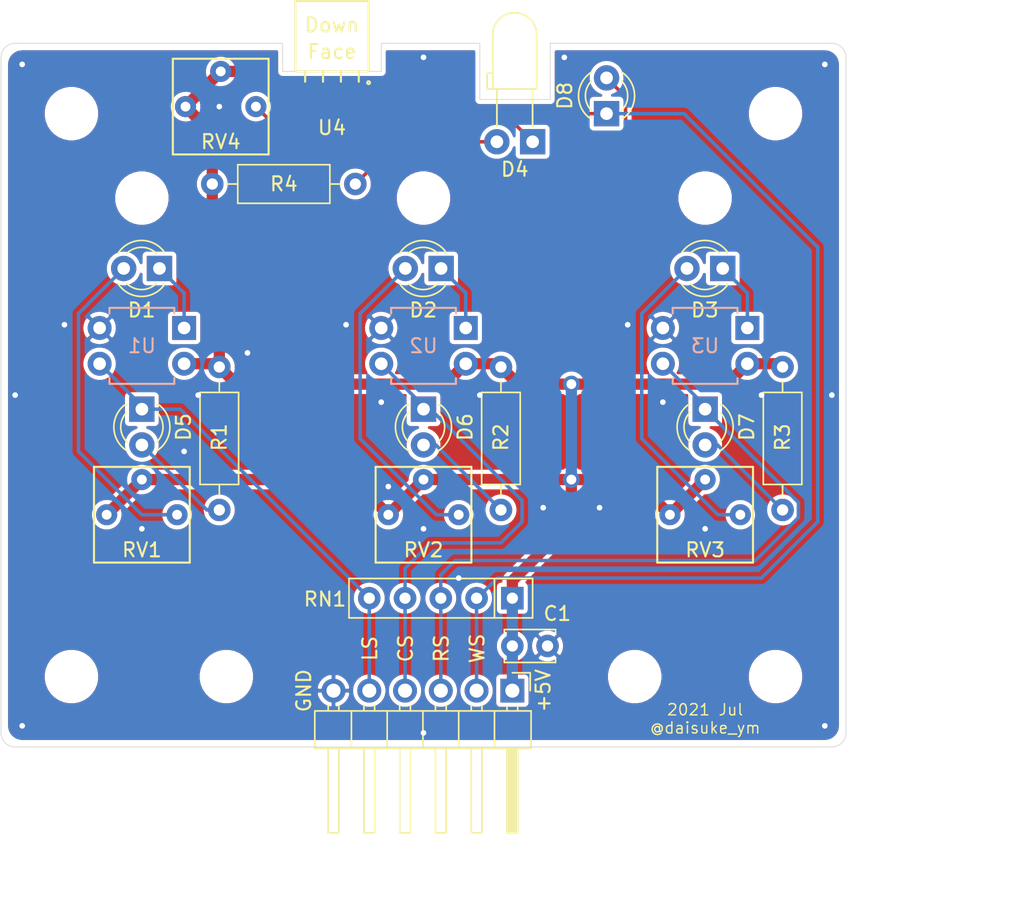
<source format=kicad_pcb>
(kicad_pcb (version 20171130) (host pcbnew "(5.1.6)-1")
  (layers (0 F.Cu signal) (31 B.Cu signal) (34 B.Paste user) (35 F.Paste user) (36 B.SilkS user) (37 F.SilkS user) (38 B.Mask user) (39 F.Mask user) (44 Edge.Cuts user))
  (net 0 "")
  (net 1 +5V)
  (net 2 GND)
  (net 3 "Net-(D1-Pad2)")
  (net 4 "Net-(D2-Pad2)")
  (net 5 /LS1)
  (net 6 "Net-(D3-Pad2)")
  (net 7 "Net-(D4-Pad2)")
  (net 8 "Net-(D4-Pad1)")
  (net 9 "Net-(D5-Pad2)")
  (net 10 "Net-(D6-Pad2)")
  (net 11 /WS1)
  (net 12 "Net-(D7-Pad2)")
  (net 13 "Net-(D8-Pad2)")
  (net 14 /RS1)
  (net 15 /CS1)
  (net 16 "Net-(D1-Pad1)")
  (net 17 "Net-(D2-Pad1)")
  (net 18 "Net-(D3-Pad1)")
  (module MountingHole:MountingHole_3.2mm_M3 (layer F.Cu) (at 175 125)
    (fp_text reference MH6 hide)
    (fp_text value MountingHole_3.2mm_M3)
    (pad 1 np_thru_hole circle (at 0 0) (size 3.2 3.2) (drill 3.2) (layers *.Cu *.Mask))
  )
  (module MountingHole:MountingHole_3.2mm_M3 (layer F.Cu) (at 170 91)
    (fp_text reference MH8 hide)
    (fp_text value MountingHole_3.2mm_M3)
    (pad 1 np_thru_hole circle (at 0 0) (size 3.2 3.2) (drill 3.2) (layers *.Cu *.Mask))
  )
  (module MountingHole:MountingHole_3.2mm_M3 (layer F.Cu) (at 150 91)
    (fp_text reference MH9 hide)
    (fp_text value MountingHole_3.2mm_M3)
    (pad 1 np_thru_hole circle (at 0 0) (size 3.2 3.2) (drill 3.2) (layers *.Cu *.Mask))
  )
  (module MountingHole:MountingHole_3.2mm_M3 (layer F.Cu) (at 130 91)
    (fp_text reference MH10 hide)
    (fp_text value MountingHole_3.2mm_M3)
    (pad 1 np_thru_hole circle (at 0 0) (size 3.2 3.2) (drill 3.2) (layers *.Cu *.Mask))
  )
  (module MountingHole:MountingHole_3.2mm_M3 (layer F.Cu) (at 165 125)
    (fp_text reference MH5 hide)
    (fp_text value MountingHole_3.2mm_M3)
    (pad 1 np_thru_hole circle (at 0 0) (size 3.2 3.2) (drill 3.2) (layers *.Cu *.Mask))
  )
  (module MountingHole:MountingHole_3.2mm_M3 (layer F.Cu) (at 136 125)
    (fp_text reference MH4 hide)
    (fp_text value MountingHole_3.2mm_M3)
    (pad 1 np_thru_hole circle (at 0 0) (size 3.2 3.2) (drill 3.2) (layers *.Cu *.Mask))
  )
  (module MountingHole:MountingHole_3.2mm_M3 (layer F.Cu) (at 125 125)
    (fp_text reference MH3 hide)
    (fp_text value MountingHole_3.2mm_M3)
    (pad 1 np_thru_hole circle (at 0 0) (size 3.2 3.2) (drill 3.2) (layers *.Cu *.Mask))
  )
  (module MountingHole:MountingHole_3.2mm_M3 (layer F.Cu) (at 175 85)
    (fp_text reference MH2 hide)
    (fp_text value MountingHole_3.2mm_M3)
    (pad 1 np_thru_hole circle (at 0 0) (size 3.2 3.2) (drill 3.2) (layers *.Cu *.Mask))
  )
  (module MountingHole:MountingHole_3.2mm_M3 (layer F.Cu) (at 125 85)
    (fp_text reference MH1 hide)
    (fp_text value MountingHole_3.2mm_M3 hide)
    (pad 1 np_thru_hole circle (at 0 0) (size 3.2 3.2) (drill 3.2) (layers *.Cu *.Mask))
  )
  (module LED_THT:LED_D3.0mm_Horizontal_O3.81mm_Z6.0mm (layer F.Cu) (at 157.75 87 180)
    (fp_text reference D4 (at 1.27 -1.96) (layer F.SilkS))
    (fp_text value "IR LED")
    (fp_line (start 2.54 1.08) (end 2.54 1.08) (layer F.SilkS) (width 0.12))
    (fp_line (start 2.54 3.75) (end 2.54 1.08) (layer F.SilkS) (width 0.12))
    (fp_line (start 2.54 3.75) (end 2.54 3.75) (layer F.SilkS) (width 0.12))
    (fp_line (start 2.54 1.08) (end 2.54 3.75) (layer F.SilkS) (width 0.12))
    (fp_line (start 0 1.08) (end 0 1.08) (layer F.SilkS) (width 0.12))
    (fp_line (start 0 3.75) (end 0 1.08) (layer F.SilkS) (width 0.12))
    (fp_line (start 0 3.75) (end 0 3.75) (layer F.SilkS) (width 0.12))
    (fp_line (start 0 1.08) (end 0 3.75) (layer F.SilkS) (width 0.12))
    (fp_line (start 2.83 3.75) (end 3.23 3.75) (layer F.SilkS) (width 0.12))
    (fp_line (start 2.83 4.87) (end 2.83 3.75) (layer F.SilkS) (width 0.12))
    (fp_line (start 3.23 4.87) (end 2.83 4.87) (layer F.SilkS) (width 0.12))
    (fp_line (start 3.23 3.75) (end 3.23 4.87) (layer F.SilkS) (width 0.12))
    (fp_line (start -0.29 3.75) (end 2.83 3.75) (layer F.SilkS) (width 0.12))
    (fp_line (start 2.83 3.75) (end 2.83 7.61) (layer F.SilkS) (width 0.12))
    (fp_line (start -0.29 3.75) (end -0.29 7.61) (layer F.SilkS) (width 0.12))
    (fp_arc (start 1.27 7.61) (end -0.29 7.61) (angle -180) (layer F.SilkS) (width 0.12))
    (pad 1 thru_hole rect (at 0 0 180) (size 1.8 1.8) (drill 0.9) (layers *.Cu *.Mask) (net 8 "Net-(D4-Pad1)"))
    (pad 2 thru_hole circle (at 2.54 0 180) (size 1.8 1.8) (drill 0.9) (layers *.Cu *.Mask) (net 7 "Net-(D4-Pad2)"))
  )
  (module MyLib:S6809_Horizontal_Facedown (layer F.Cu) (at 143.5 84 180)
    (fp_text reference U4 (at 0 -2) (layer F.SilkS))
    (fp_text value S6809)
    (fp_line (start -2.6 7) (end -2.6 2) (layer F.SilkS) (width 0.15))
    (fp_line (start 2.6 7) (end -2.6 7) (layer F.SilkS) (width 0.15))
    (fp_line (start 2.6 2) (end 2.6 7) (layer F.SilkS) (width 0.15))
    (fp_line (start -2.6 2) (end 2.6 2) (layer F.SilkS) (width 0.15))
    (fp_line (start 1.905 1.27) (end 1.905 2) (layer F.SilkS) (width 0.15))
    (fp_line (start 0.635 1.27) (end 0.635 2) (layer F.SilkS) (width 0.15))
    (fp_line (start -0.635 1.27) (end -0.635 2) (layer F.SilkS) (width 0.15))
    (fp_line (start -1.905 1.27) (end -1.905 2) (layer F.SilkS) (width 0.15))
    (fp_circle (center -2.6 1.2) (end -2.6 1.3) (layer F.SilkS) (width 0.15))
    (fp_text user Face (at 0 3.4) (layer F.SilkS))
    (fp_text user Down (at 0 5.3) (layer F.SilkS))
    (pad 1 smd rect (at -1.905 0 180) (size 1 2) (layers F.Cu F.Paste F.Mask) (net 11 /WS1))
    (pad 2 smd rect (at -0.635 0 180) (size 1 2) (layers F.Cu F.Paste F.Mask) (net 2 GND))
    (pad 3 smd rect (at 0.635 0 180) (size 1 2) (layers F.Cu F.Paste F.Mask) (net 8 "Net-(D4-Pad1)"))
    (pad 4 smd rect (at 1.905 0 180) (size 1 2) (layers F.Cu F.Paste F.Mask) (net 1 +5V))
  )
  (module LED_THT:LED_D3.0mm_Clear (layer F.Cu) (at 130 106 270)
    (fp_text reference D5 (at 1.27 -2.96 90) (layer F.SilkS))
    (fp_text value RED)
    (fp_line (start -0.29 -1.236) (end -0.29 -1.08) (layer F.SilkS) (width 0.12))
    (fp_line (start -0.29 1.08) (end -0.29 1.236) (layer F.SilkS) (width 0.12))
    (fp_arc (start 1.27 0) (end 0.229039 1.08) (angle -87.9) (layer F.SilkS) (width 0.12))
    (fp_arc (start 1.27 0) (end 0.229039 -1.08) (angle 87.9) (layer F.SilkS) (width 0.12))
    (fp_arc (start 1.27 0) (end -0.29 1.235516) (angle -108.8) (layer F.SilkS) (width 0.12))
    (fp_arc (start 1.27 0) (end -0.29 -1.235516) (angle 108.8) (layer F.SilkS) (width 0.12))
    (pad 2 thru_hole circle (at 2.54 0 270) (size 1.8 1.8) (drill 0.9) (layers *.Cu *.Mask) (net 9 "Net-(D5-Pad2)"))
    (pad 1 thru_hole rect (at 0 0 270) (size 1.8 1.8) (drill 0.9) (layers *.Cu *.Mask) (net 5 /LS1))
  )
  (module LED_THT:LED_D3.0mm_Clear (layer F.Cu) (at 150 106 270)
    (fp_text reference D6 (at 1.27 -2.96 90) (layer F.SilkS))
    (fp_text value BLUE)
    (fp_line (start -0.29 1.08) (end -0.29 1.236) (layer F.SilkS) (width 0.12))
    (fp_line (start -0.29 -1.236) (end -0.29 -1.08) (layer F.SilkS) (width 0.12))
    (fp_arc (start 1.27 0) (end -0.29 -1.235516) (angle 108.8) (layer F.SilkS) (width 0.12))
    (fp_arc (start 1.27 0) (end -0.29 1.235516) (angle -108.8) (layer F.SilkS) (width 0.12))
    (fp_arc (start 1.27 0) (end 0.229039 -1.08) (angle 87.9) (layer F.SilkS) (width 0.12))
    (fp_arc (start 1.27 0) (end 0.229039 1.08) (angle -87.9) (layer F.SilkS) (width 0.12))
    (pad 1 thru_hole rect (at 0 0 270) (size 1.8 1.8) (drill 0.9) (layers *.Cu *.Mask) (net 15 /CS1))
    (pad 2 thru_hole circle (at 2.54 0 270) (size 1.8 1.8) (drill 0.9) (layers *.Cu *.Mask) (net 10 "Net-(D6-Pad2)"))
  )
  (module LED_THT:LED_D3.0mm_Clear (layer F.Cu) (at 170 106 270)
    (fp_text reference D7 (at 1.27 -2.96 90) (layer F.SilkS))
    (fp_text value RED)
    (fp_line (start -0.29 -1.236) (end -0.29 -1.08) (layer F.SilkS) (width 0.12))
    (fp_line (start -0.29 1.08) (end -0.29 1.236) (layer F.SilkS) (width 0.12))
    (fp_arc (start 1.27 0) (end 0.229039 1.08) (angle -87.9) (layer F.SilkS) (width 0.12))
    (fp_arc (start 1.27 0) (end 0.229039 -1.08) (angle 87.9) (layer F.SilkS) (width 0.12))
    (fp_arc (start 1.27 0) (end -0.29 1.235516) (angle -108.8) (layer F.SilkS) (width 0.12))
    (fp_arc (start 1.27 0) (end -0.29 -1.235516) (angle 108.8) (layer F.SilkS) (width 0.12))
    (pad 2 thru_hole circle (at 2.54 0 270) (size 1.8 1.8) (drill 0.9) (layers *.Cu *.Mask) (net 12 "Net-(D7-Pad2)"))
    (pad 1 thru_hole rect (at 0 0 270) (size 1.8 1.8) (drill 0.9) (layers *.Cu *.Mask) (net 14 /RS1))
  )
  (module LED_THT:LED_D3.0mm_Clear (layer F.Cu) (at 131.25 96 180)
    (fp_text reference D1 (at 1.27 -2.96) (layer F.SilkS))
    (fp_text value "IR LED")
    (fp_line (start -0.29 1.08) (end -0.29 1.236) (layer F.SilkS) (width 0.12))
    (fp_line (start -0.29 -1.236) (end -0.29 -1.08) (layer F.SilkS) (width 0.12))
    (fp_arc (start 1.27 0) (end -0.29 -1.235516) (angle 108.8) (layer F.SilkS) (width 0.12))
    (fp_arc (start 1.27 0) (end -0.29 1.235516) (angle -108.8) (layer F.SilkS) (width 0.12))
    (fp_arc (start 1.27 0) (end 0.229039 -1.08) (angle 87.9) (layer F.SilkS) (width 0.12))
    (fp_arc (start 1.27 0) (end 0.229039 1.08) (angle -87.9) (layer F.SilkS) (width 0.12))
    (pad 1 thru_hole rect (at 0 0 180) (size 1.8 1.8) (drill 0.9) (layers *.Cu *.Mask) (net 16 "Net-(D1-Pad1)"))
    (pad 2 thru_hole circle (at 2.54 0 180) (size 1.8 1.8) (drill 0.9) (layers *.Cu *.Mask) (net 3 "Net-(D1-Pad2)"))
  )
  (module LED_THT:LED_D3.0mm_Clear (layer F.Cu) (at 151.25 96 180)
    (fp_text reference D2 (at 1.27 -2.96) (layer F.SilkS))
    (fp_text value "IR LED")
    (fp_line (start -0.29 -1.236) (end -0.29 -1.08) (layer F.SilkS) (width 0.12))
    (fp_line (start -0.29 1.08) (end -0.29 1.236) (layer F.SilkS) (width 0.12))
    (fp_arc (start 1.27 0) (end 0.229039 1.08) (angle -87.9) (layer F.SilkS) (width 0.12))
    (fp_arc (start 1.27 0) (end 0.229039 -1.08) (angle 87.9) (layer F.SilkS) (width 0.12))
    (fp_arc (start 1.27 0) (end -0.29 1.235516) (angle -108.8) (layer F.SilkS) (width 0.12))
    (fp_arc (start 1.27 0) (end -0.29 -1.235516) (angle 108.8) (layer F.SilkS) (width 0.12))
    (pad 2 thru_hole circle (at 2.54 0 180) (size 1.8 1.8) (drill 0.9) (layers *.Cu *.Mask) (net 4 "Net-(D2-Pad2)"))
    (pad 1 thru_hole rect (at 0 0 180) (size 1.8 1.8) (drill 0.9) (layers *.Cu *.Mask) (net 17 "Net-(D2-Pad1)"))
  )
  (module LED_THT:LED_D3.0mm_Clear (layer F.Cu) (at 171.25 96 180)
    (fp_text reference D3 (at 1.27 -2.96) (layer F.SilkS))
    (fp_text value "IR LED")
    (fp_line (start -0.29 1.08) (end -0.29 1.236) (layer F.SilkS) (width 0.12))
    (fp_line (start -0.29 -1.236) (end -0.29 -1.08) (layer F.SilkS) (width 0.12))
    (fp_arc (start 1.27 0) (end -0.29 -1.235516) (angle 108.8) (layer F.SilkS) (width 0.12))
    (fp_arc (start 1.27 0) (end -0.29 1.235516) (angle -108.8) (layer F.SilkS) (width 0.12))
    (fp_arc (start 1.27 0) (end 0.229039 -1.08) (angle 87.9) (layer F.SilkS) (width 0.12))
    (fp_arc (start 1.27 0) (end 0.229039 1.08) (angle -87.9) (layer F.SilkS) (width 0.12))
    (pad 1 thru_hole rect (at 0 0 180) (size 1.8 1.8) (drill 0.9) (layers *.Cu *.Mask) (net 18 "Net-(D3-Pad1)"))
    (pad 2 thru_hole circle (at 2.54 0 180) (size 1.8 1.8) (drill 0.9) (layers *.Cu *.Mask) (net 6 "Net-(D3-Pad2)"))
  )
  (module LED_THT:LED_D3.0mm_Clear (layer F.Cu) (at 163 85 90)
    (fp_text reference D8 (at 1.27 -2.96 90) (layer F.SilkS))
    (fp_text value YELLOW)
    (fp_line (start -0.29 1.08) (end -0.29 1.236) (layer F.SilkS) (width 0.12))
    (fp_line (start -0.29 -1.236) (end -0.29 -1.08) (layer F.SilkS) (width 0.12))
    (fp_arc (start 1.27 0) (end -0.29 -1.235516) (angle 108.8) (layer F.SilkS) (width 0.12))
    (fp_arc (start 1.27 0) (end -0.29 1.235516) (angle -108.8) (layer F.SilkS) (width 0.12))
    (fp_arc (start 1.27 0) (end 0.229039 -1.08) (angle 87.9) (layer F.SilkS) (width 0.12))
    (fp_arc (start 1.27 0) (end 0.229039 1.08) (angle -87.9) (layer F.SilkS) (width 0.12))
    (pad 1 thru_hole rect (at 0 0 90) (size 1.8 1.8) (drill 0.9) (layers *.Cu *.Mask) (net 11 /WS1))
    (pad 2 thru_hole circle (at 2.54 0 90) (size 1.8 1.8) (drill 0.9) (layers *.Cu *.Mask) (net 13 "Net-(D8-Pad2)"))
  )
  (module Connector_PinHeader_2.54mm:PinHeader_1x06_P2.54mm_Horizontal (layer F.Cu) (at 156.31 126 270)
    (fp_text reference J1 hide)
    (fp_text value Conn_01x06)
    (fp_line (start -1.27 -1.27) (end 0 -1.27) (layer F.SilkS) (width 0.12))
    (fp_line (start -1.27 0) (end -1.27 -1.27) (layer F.SilkS) (width 0.12))
    (fp_line (start 1.042929 13.08) (end 1.44 13.08) (layer F.SilkS) (width 0.12))
    (fp_line (start 1.042929 12.32) (end 1.44 12.32) (layer F.SilkS) (width 0.12))
    (fp_line (start 10.1 13.08) (end 4.1 13.08) (layer F.SilkS) (width 0.12))
    (fp_line (start 10.1 12.32) (end 10.1 13.08) (layer F.SilkS) (width 0.12))
    (fp_line (start 4.1 12.32) (end 10.1 12.32) (layer F.SilkS) (width 0.12))
    (fp_line (start 1.44 11.43) (end 4.1 11.43) (layer F.SilkS) (width 0.12))
    (fp_line (start 1.042929 10.54) (end 1.44 10.54) (layer F.SilkS) (width 0.12))
    (fp_line (start 1.042929 9.78) (end 1.44 9.78) (layer F.SilkS) (width 0.12))
    (fp_line (start 10.1 10.54) (end 4.1 10.54) (layer F.SilkS) (width 0.12))
    (fp_line (start 10.1 9.78) (end 10.1 10.54) (layer F.SilkS) (width 0.12))
    (fp_line (start 4.1 9.78) (end 10.1 9.78) (layer F.SilkS) (width 0.12))
    (fp_line (start 1.44 8.89) (end 4.1 8.89) (layer F.SilkS) (width 0.12))
    (fp_line (start 1.042929 8) (end 1.44 8) (layer F.SilkS) (width 0.12))
    (fp_line (start 1.042929 7.24) (end 1.44 7.24) (layer F.SilkS) (width 0.12))
    (fp_line (start 10.1 8) (end 4.1 8) (layer F.SilkS) (width 0.12))
    (fp_line (start 10.1 7.24) (end 10.1 8) (layer F.SilkS) (width 0.12))
    (fp_line (start 4.1 7.24) (end 10.1 7.24) (layer F.SilkS) (width 0.12))
    (fp_line (start 1.44 6.35) (end 4.1 6.35) (layer F.SilkS) (width 0.12))
    (fp_line (start 1.042929 5.46) (end 1.44 5.46) (layer F.SilkS) (width 0.12))
    (fp_line (start 1.042929 4.7) (end 1.44 4.7) (layer F.SilkS) (width 0.12))
    (fp_line (start 10.1 5.46) (end 4.1 5.46) (layer F.SilkS) (width 0.12))
    (fp_line (start 10.1 4.7) (end 10.1 5.46) (layer F.SilkS) (width 0.12))
    (fp_line (start 4.1 4.7) (end 10.1 4.7) (layer F.SilkS) (width 0.12))
    (fp_line (start 1.44 3.81) (end 4.1 3.81) (layer F.SilkS) (width 0.12))
    (fp_line (start 1.042929 2.92) (end 1.44 2.92) (layer F.SilkS) (width 0.12))
    (fp_line (start 1.042929 2.16) (end 1.44 2.16) (layer F.SilkS) (width 0.12))
    (fp_line (start 10.1 2.92) (end 4.1 2.92) (layer F.SilkS) (width 0.12))
    (fp_line (start 10.1 2.16) (end 10.1 2.92) (layer F.SilkS) (width 0.12))
    (fp_line (start 4.1 2.16) (end 10.1 2.16) (layer F.SilkS) (width 0.12))
    (fp_line (start 1.44 1.27) (end 4.1 1.27) (layer F.SilkS) (width 0.12))
    (fp_line (start 1.11 0.38) (end 1.44 0.38) (layer F.SilkS) (width 0.12))
    (fp_line (start 1.11 -0.38) (end 1.44 -0.38) (layer F.SilkS) (width 0.12))
    (fp_line (start 4.1 0.28) (end 10.1 0.28) (layer F.SilkS) (width 0.12))
    (fp_line (start 4.1 0.16) (end 10.1 0.16) (layer F.SilkS) (width 0.12))
    (fp_line (start 4.1 0.04) (end 10.1 0.04) (layer F.SilkS) (width 0.12))
    (fp_line (start 4.1 -0.08) (end 10.1 -0.08) (layer F.SilkS) (width 0.12))
    (fp_line (start 4.1 -0.2) (end 10.1 -0.2) (layer F.SilkS) (width 0.12))
    (fp_line (start 4.1 -0.32) (end 10.1 -0.32) (layer F.SilkS) (width 0.12))
    (fp_line (start 10.1 0.38) (end 4.1 0.38) (layer F.SilkS) (width 0.12))
    (fp_line (start 10.1 -0.38) (end 10.1 0.38) (layer F.SilkS) (width 0.12))
    (fp_line (start 4.1 -0.38) (end 10.1 -0.38) (layer F.SilkS) (width 0.12))
    (fp_line (start 4.1 -1.33) (end 1.44 -1.33) (layer F.SilkS) (width 0.12))
    (fp_line (start 4.1 14.03) (end 4.1 -1.33) (layer F.SilkS) (width 0.12))
    (fp_line (start 1.44 14.03) (end 4.1 14.03) (layer F.SilkS) (width 0.12))
    (fp_line (start 1.44 -1.33) (end 1.44 14.03) (layer F.SilkS) (width 0.12))
    (pad 1 thru_hole rect (at 0 0 270) (size 1.7 1.7) (drill 1) (layers *.Cu *.Mask) (net 1 +5V))
    (pad 2 thru_hole oval (at 0 2.54 270) (size 1.7 1.7) (drill 1) (layers *.Cu *.Mask) (net 11 /WS1))
    (pad 3 thru_hole oval (at 0 5.08 270) (size 1.7 1.7) (drill 1) (layers *.Cu *.Mask) (net 14 /RS1))
    (pad 4 thru_hole oval (at 0 7.62 270) (size 1.7 1.7) (drill 1) (layers *.Cu *.Mask) (net 15 /CS1))
    (pad 5 thru_hole oval (at 0 10.16 270) (size 1.7 1.7) (drill 1) (layers *.Cu *.Mask) (net 5 /LS1))
    (pad 6 thru_hole oval (at 0 12.7 270) (size 1.7 1.7) (drill 1) (layers *.Cu *.Mask) (net 2 GND))
  )
  (module Resistor_THT:R_Axial_DIN0207_L6.3mm_D2.5mm_P10.16mm_Horizontal (layer F.Cu) (at 135.5 103 270)
    (fp_text reference R1 (at 5 0 90) (layer F.SilkS))
    (fp_text value 1k)
    (fp_line (start 9.12 0) (end 8.35 0) (layer F.SilkS) (width 0.12))
    (fp_line (start 1.04 0) (end 1.81 0) (layer F.SilkS) (width 0.12))
    (fp_line (start 8.35 -1.37) (end 1.81 -1.37) (layer F.SilkS) (width 0.12))
    (fp_line (start 8.35 1.37) (end 8.35 -1.37) (layer F.SilkS) (width 0.12))
    (fp_line (start 1.81 1.37) (end 8.35 1.37) (layer F.SilkS) (width 0.12))
    (fp_line (start 1.81 -1.37) (end 1.81 1.37) (layer F.SilkS) (width 0.12))
    (pad 1 thru_hole circle (at 0 0 270) (size 1.6 1.6) (drill 0.8) (layers *.Cu *.Mask) (net 1 +5V))
    (pad 2 thru_hole oval (at 10.16 0 270) (size 1.6 1.6) (drill 0.8) (layers *.Cu *.Mask) (net 9 "Net-(D5-Pad2)"))
  )
  (module Resistor_THT:R_Axial_DIN0207_L6.3mm_D2.5mm_P10.16mm_Horizontal (layer F.Cu) (at 155.5 103 270)
    (fp_text reference R2 (at 5 0 90) (layer F.SilkS))
    (fp_text value 1k)
    (fp_line (start 1.81 -1.37) (end 1.81 1.37) (layer F.SilkS) (width 0.12))
    (fp_line (start 1.81 1.37) (end 8.35 1.37) (layer F.SilkS) (width 0.12))
    (fp_line (start 8.35 1.37) (end 8.35 -1.37) (layer F.SilkS) (width 0.12))
    (fp_line (start 8.35 -1.37) (end 1.81 -1.37) (layer F.SilkS) (width 0.12))
    (fp_line (start 1.04 0) (end 1.81 0) (layer F.SilkS) (width 0.12))
    (fp_line (start 9.12 0) (end 8.35 0) (layer F.SilkS) (width 0.12))
    (pad 2 thru_hole oval (at 10.16 0 270) (size 1.6 1.6) (drill 0.8) (layers *.Cu *.Mask) (net 10 "Net-(D6-Pad2)"))
    (pad 1 thru_hole circle (at 0 0 270) (size 1.6 1.6) (drill 0.8) (layers *.Cu *.Mask) (net 1 +5V))
  )
  (module Resistor_THT:R_Axial_DIN0207_L6.3mm_D2.5mm_P10.16mm_Horizontal (layer F.Cu) (at 175.5 103 270)
    (fp_text reference R3 (at 5 0 90) (layer F.SilkS))
    (fp_text value 1k)
    (fp_line (start 9.12 0) (end 8.35 0) (layer F.SilkS) (width 0.12))
    (fp_line (start 1.04 0) (end 1.81 0) (layer F.SilkS) (width 0.12))
    (fp_line (start 8.35 -1.37) (end 1.81 -1.37) (layer F.SilkS) (width 0.12))
    (fp_line (start 8.35 1.37) (end 8.35 -1.37) (layer F.SilkS) (width 0.12))
    (fp_line (start 1.81 1.37) (end 8.35 1.37) (layer F.SilkS) (width 0.12))
    (fp_line (start 1.81 -1.37) (end 1.81 1.37) (layer F.SilkS) (width 0.12))
    (pad 1 thru_hole circle (at 0 0 270) (size 1.6 1.6) (drill 0.8) (layers *.Cu *.Mask) (net 1 +5V))
    (pad 2 thru_hole oval (at 10.16 0 270) (size 1.6 1.6) (drill 0.8) (layers *.Cu *.Mask) (net 12 "Net-(D7-Pad2)"))
  )
  (module Resistor_THT:R_Axial_DIN0207_L6.3mm_D2.5mm_P10.16mm_Horizontal (layer F.Cu) (at 135 90)
    (fp_text reference R4 (at 5.08 0) (layer F.SilkS))
    (fp_text value 1k)
    (fp_line (start 1.81 -1.37) (end 1.81 1.37) (layer F.SilkS) (width 0.12))
    (fp_line (start 1.81 1.37) (end 8.35 1.37) (layer F.SilkS) (width 0.12))
    (fp_line (start 8.35 1.37) (end 8.35 -1.37) (layer F.SilkS) (width 0.12))
    (fp_line (start 8.35 -1.37) (end 1.81 -1.37) (layer F.SilkS) (width 0.12))
    (fp_line (start 1.04 0) (end 1.81 0) (layer F.SilkS) (width 0.12))
    (fp_line (start 9.12 0) (end 8.35 0) (layer F.SilkS) (width 0.12))
    (pad 2 thru_hole oval (at 10.16 0) (size 1.6 1.6) (drill 0.8) (layers *.Cu *.Mask) (net 13 "Net-(D8-Pad2)"))
    (pad 1 thru_hole circle (at 0 0) (size 1.6 1.6) (drill 0.8) (layers *.Cu *.Mask) (net 1 +5V))
  )
  (module Resistor_THT:R_Array_SIP5 (layer F.Cu) (at 156.31 119.43 180)
    (fp_text reference RN1 (at 13.31 -0.07) (layer F.SilkS))
    (fp_text value 10k)
    (fp_line (start 1.27 -1.4) (end 1.27 1.4) (layer F.SilkS) (width 0.12))
    (fp_line (start 11.6 -1.4) (end -1.44 -1.4) (layer F.SilkS) (width 0.12))
    (fp_line (start 11.6 1.4) (end 11.6 -1.4) (layer F.SilkS) (width 0.12))
    (fp_line (start -1.44 1.4) (end 11.6 1.4) (layer F.SilkS) (width 0.12))
    (fp_line (start -1.44 -1.4) (end -1.44 1.4) (layer F.SilkS) (width 0.12))
    (pad 1 thru_hole rect (at 0 0 180) (size 1.6 1.6) (drill 0.8) (layers *.Cu *.Mask) (net 1 +5V))
    (pad 2 thru_hole oval (at 2.54 0 180) (size 1.6 1.6) (drill 0.8) (layers *.Cu *.Mask) (net 11 /WS1))
    (pad 3 thru_hole oval (at 5.08 0 180) (size 1.6 1.6) (drill 0.8) (layers *.Cu *.Mask) (net 14 /RS1))
    (pad 4 thru_hole oval (at 7.62 0 180) (size 1.6 1.6) (drill 0.8) (layers *.Cu *.Mask) (net 15 /CS1))
    (pad 5 thru_hole oval (at 10.16 0 180) (size 1.6 1.6) (drill 0.8) (layers *.Cu *.Mask) (net 5 /LS1))
  )
  (module MyLib:GF063P1 (layer F.Cu) (at 130 113.5)
    (fp_text reference RV1 (at 0 2.5) (layer F.SilkS))
    (fp_text value 4K7)
    (fp_line (start 3.4 -3.4) (end -3.4 -3.4) (layer F.SilkS) (width 0.15))
    (fp_line (start 3.4 3.4) (end 3.4 -3.4) (layer F.SilkS) (width 0.15))
    (fp_line (start -3.4 3.4) (end 3.4 3.4) (layer F.SilkS) (width 0.15))
    (fp_line (start -3.4 -3.4) (end -3.4 3.4) (layer F.SilkS) (width 0.15))
    (pad 3 thru_hole circle (at 2.5 0) (size 1.5 1.5) (drill 0.7) (layers *.Cu *.Mask) (net 3 "Net-(D1-Pad2)"))
    (pad 2 thru_hole circle (at 0 -2.5) (size 1.5 1.5) (drill 0.7) (layers *.Cu *.Mask) (net 1 +5V))
    (pad 1 thru_hole circle (at -2.5 0) (size 1.5 1.5) (drill 0.7) (layers *.Cu *.Mask) (net 1 +5V))
  )
  (module MyLib:GF063P1 (layer F.Cu) (at 150 113.5)
    (fp_text reference RV2 (at 0 2.5) (layer F.SilkS))
    (fp_text value 4K7)
    (fp_line (start -3.4 -3.4) (end -3.4 3.4) (layer F.SilkS) (width 0.15))
    (fp_line (start -3.4 3.4) (end 3.4 3.4) (layer F.SilkS) (width 0.15))
    (fp_line (start 3.4 3.4) (end 3.4 -3.4) (layer F.SilkS) (width 0.15))
    (fp_line (start 3.4 -3.4) (end -3.4 -3.4) (layer F.SilkS) (width 0.15))
    (pad 1 thru_hole circle (at -2.5 0) (size 1.5 1.5) (drill 0.7) (layers *.Cu *.Mask) (net 1 +5V))
    (pad 2 thru_hole circle (at 0 -2.5) (size 1.5 1.5) (drill 0.7) (layers *.Cu *.Mask) (net 1 +5V))
    (pad 3 thru_hole circle (at 2.5 0) (size 1.5 1.5) (drill 0.7) (layers *.Cu *.Mask) (net 4 "Net-(D2-Pad2)"))
  )
  (module MyLib:GF063P1 (layer F.Cu) (at 170 113.5)
    (fp_text reference RV3 (at 0 2.5) (layer F.SilkS))
    (fp_text value 4K7)
    (fp_line (start -3.4 -3.4) (end -3.4 3.4) (layer F.SilkS) (width 0.15))
    (fp_line (start -3.4 3.4) (end 3.4 3.4) (layer F.SilkS) (width 0.15))
    (fp_line (start 3.4 3.4) (end 3.4 -3.4) (layer F.SilkS) (width 0.15))
    (fp_line (start 3.4 -3.4) (end -3.4 -3.4) (layer F.SilkS) (width 0.15))
    (pad 1 thru_hole circle (at -2.5 0) (size 1.5 1.5) (drill 0.7) (layers *.Cu *.Mask) (net 1 +5V))
    (pad 2 thru_hole circle (at 0 -2.5) (size 1.5 1.5) (drill 0.7) (layers *.Cu *.Mask) (net 1 +5V))
    (pad 3 thru_hole circle (at 2.5 0) (size 1.5 1.5) (drill 0.7) (layers *.Cu *.Mask) (net 6 "Net-(D3-Pad2)"))
  )
  (module MyLib:GF063P1 (layer F.Cu) (at 135.6 84.5)
    (fp_text reference RV4 (at 0 2.5) (layer F.SilkS))
    (fp_text value 4K7)
    (fp_line (start 3.4 -3.4) (end -3.4 -3.4) (layer F.SilkS) (width 0.15))
    (fp_line (start 3.4 3.4) (end 3.4 -3.4) (layer F.SilkS) (width 0.15))
    (fp_line (start -3.4 3.4) (end 3.4 3.4) (layer F.SilkS) (width 0.15))
    (fp_line (start -3.4 -3.4) (end -3.4 3.4) (layer F.SilkS) (width 0.15))
    (pad 3 thru_hole circle (at 2.5 0) (size 1.5 1.5) (drill 0.7) (layers *.Cu *.Mask) (net 7 "Net-(D4-Pad2)"))
    (pad 2 thru_hole circle (at 0 -2.5) (size 1.5 1.5) (drill 0.7) (layers *.Cu *.Mask) (net 1 +5V))
    (pad 1 thru_hole circle (at -2.5 0) (size 1.5 1.5) (drill 0.7) (layers *.Cu *.Mask) (net 1 +5V))
  )
  (module MyLib:S7136 (layer B.Cu) (at 130 101.5 180)
    (fp_text reference U1 (at 0 0) (layer B.SilkS) (effects (justify mirror)))
    (fp_text value S7136)
    (fp_line (start -2.3 -2.7) (end 2.3 -2.7) (layer B.SilkS) (width 0.15))
    (fp_line (start 2.3 2.7) (end -2.3 2.7) (layer B.SilkS) (width 0.15))
    (fp_line (start -2.3 2.7) (end -2.3 2.3) (layer B.SilkS) (width 0.15))
    (fp_line (start 2.3 2.7) (end 2.3 2.3) (layer B.SilkS) (width 0.15))
    (fp_line (start -2.3 -2.7) (end -2.3 -2.3) (layer B.SilkS) (width 0.15))
    (fp_line (start 2.3 -2.7) (end 2.3 -2.3) (layer B.SilkS) (width 0.15))
    (pad 4 thru_hole circle (at 3 1.27 180) (size 1.7 1.7) (drill 0.9) (layers *.Cu *.Mask) (net 2 GND))
    (pad 3 thru_hole circle (at 3 -1.27 180) (size 1.7 1.7) (drill 0.9) (layers *.Cu *.Mask) (net 5 /LS1))
    (pad 2 thru_hole circle (at -3 -1.27 180) (size 1.7 1.7) (drill 0.9) (layers *.Cu *.Mask) (net 1 +5V))
    (pad 1 thru_hole rect (at -3 1.27 180) (size 1.7 1.7) (drill 0.9) (layers *.Cu *.Mask) (net 16 "Net-(D1-Pad1)"))
  )
  (module MyLib:S7136 (layer B.Cu) (at 150 101.5 180)
    (fp_text reference U2 (at 0 0) (layer B.SilkS) (effects (justify mirror)))
    (fp_text value S7136)
    (fp_line (start 2.3 -2.7) (end 2.3 -2.3) (layer B.SilkS) (width 0.15))
    (fp_line (start -2.3 -2.7) (end -2.3 -2.3) (layer B.SilkS) (width 0.15))
    (fp_line (start 2.3 2.7) (end 2.3 2.3) (layer B.SilkS) (width 0.15))
    (fp_line (start -2.3 2.7) (end -2.3 2.3) (layer B.SilkS) (width 0.15))
    (fp_line (start 2.3 2.7) (end -2.3 2.7) (layer B.SilkS) (width 0.15))
    (fp_line (start -2.3 -2.7) (end 2.3 -2.7) (layer B.SilkS) (width 0.15))
    (pad 1 thru_hole rect (at -3 1.27 180) (size 1.7 1.7) (drill 0.9) (layers *.Cu *.Mask) (net 17 "Net-(D2-Pad1)"))
    (pad 2 thru_hole circle (at -3 -1.27 180) (size 1.7 1.7) (drill 0.9) (layers *.Cu *.Mask) (net 1 +5V))
    (pad 3 thru_hole circle (at 3 -1.27 180) (size 1.7 1.7) (drill 0.9) (layers *.Cu *.Mask) (net 15 /CS1))
    (pad 4 thru_hole circle (at 3 1.27 180) (size 1.7 1.7) (drill 0.9) (layers *.Cu *.Mask) (net 2 GND))
  )
  (module MyLib:S7136 (layer B.Cu) (at 170 101.5 180)
    (fp_text reference U3 (at 0 0) (layer B.SilkS) (effects (justify mirror)))
    (fp_text value S7136)
    (fp_line (start 2.3 -2.7) (end 2.3 -2.3) (layer B.SilkS) (width 0.15))
    (fp_line (start -2.3 -2.7) (end -2.3 -2.3) (layer B.SilkS) (width 0.15))
    (fp_line (start 2.3 2.7) (end 2.3 2.3) (layer B.SilkS) (width 0.15))
    (fp_line (start -2.3 2.7) (end -2.3 2.3) (layer B.SilkS) (width 0.15))
    (fp_line (start 2.3 2.7) (end -2.3 2.7) (layer B.SilkS) (width 0.15))
    (fp_line (start -2.3 -2.7) (end 2.3 -2.7) (layer B.SilkS) (width 0.15))
    (pad 1 thru_hole rect (at -3 1.27 180) (size 1.7 1.7) (drill 0.9) (layers *.Cu *.Mask) (net 18 "Net-(D3-Pad1)"))
    (pad 2 thru_hole circle (at -3 -1.27 180) (size 1.7 1.7) (drill 0.9) (layers *.Cu *.Mask) (net 1 +5V))
    (pad 3 thru_hole circle (at 3 -1.27 180) (size 1.7 1.7) (drill 0.9) (layers *.Cu *.Mask) (net 14 /RS1))
    (pad 4 thru_hole circle (at 3 1.27 180) (size 1.7 1.7) (drill 0.9) (layers *.Cu *.Mask) (net 2 GND))
  )
  (module Capacitor_THT:C_Disc_D3.4mm_W2.1mm_P2.50mm (layer F.Cu) (at 156.31 122.825)
    (fp_text reference C1 (at 3.19 -2.3) (layer F.SilkS))
    (fp_text value 0.1u)
    (fp_line (start -0.57 -1.17) (end 3.07 -1.17) (layer F.SilkS) (width 0.12))
    (fp_line (start -0.57 1.17) (end 3.07 1.17) (layer F.SilkS) (width 0.12))
    (fp_line (start -0.57 -1.17) (end -0.57 -0.925) (layer F.SilkS) (width 0.12))
    (fp_line (start -0.57 0.925) (end -0.57 1.17) (layer F.SilkS) (width 0.12))
    (fp_line (start 3.07 -1.17) (end 3.07 -0.925) (layer F.SilkS) (width 0.12))
    (fp_line (start 3.07 0.925) (end 3.07 1.17) (layer F.SilkS) (width 0.12))
    (pad 1 thru_hole circle (at 0 0) (size 1.6 1.6) (drill 0.8) (layers *.Cu *.Mask) (net 1 +5V))
    (pad 2 thru_hole circle (at 2.5 0) (size 1.6 1.6) (drill 0.8) (layers *.Cu *.Mask) (net 2 GND))
  )
  (gr_text "2021 Jul\n@daisuke_ym" (at 170 128) (layer F.SilkS) (effects (font (size 0.8 0.8) (thickness 0.1))))
  (gr_text WS (at 153.81 123 90) (layer F.SilkS) (effects (font (size 1 1))))
  (gr_text RS (at 151.27 123 90) (layer F.SilkS) (effects (font (size 1 1))))
  (gr_text CS (at 148.73 123 90) (layer F.SilkS) (effects (font (size 1 1))))
  (gr_text LS (at 146.19 123 90) (layer F.SilkS) (effects (font (size 1 1))))
  (gr_text GND (at 141.5 126 90) (layer F.SilkS) (effects (font (size 1 1))))
  (gr_text +5V (at 158.5 126 90) (layer F.SilkS) (effects (font (size 1 1))))
  (gr_line (start 179 130) (end 121 130) (layer Edge.Cuts) (width 0.05))
  (gr_line (start 180 81) (end 180 129) (layer Edge.Cuts) (width 0.05))
  (gr_line (start 159 80) (end 179 80) (layer Edge.Cuts) (width 0.05))
  (gr_arc (start 179 81) (end 180 81) (angle -90) (layer Edge.Cuts) (width 0.05))
  (gr_arc (start 179 129) (end 179 130) (angle -90) (layer Edge.Cuts) (width 0.05))
  (gr_arc (start 121 129) (end 120 129) (angle -90) (layer Edge.Cuts) (width 0.05))
  (gr_line (start 147 80) (end 154 80) (layer Edge.Cuts) (width 0.05))
  (gr_arc (start 121 81) (end 121 80) (angle -90) (layer Edge.Cuts) (width 0.05))
  (gr_line (start 140 80) (end 121 80) (layer Edge.Cuts) (width 0.05))
  (gr_line (start 147 82) (end 147 80) (layer Edge.Cuts) (width 0.05))
  (gr_line (start 140 82) (end 147 82) (layer Edge.Cuts) (width 0.05))
  (gr_line (start 140 80) (end 140 82) (layer Edge.Cuts) (width 0.05))
  (gr_line (start 159 84) (end 159 80) (layer Edge.Cuts) (width 0.05))
  (gr_line (start 154 84) (end 159 84) (layer Edge.Cuts) (width 0.05))
  (gr_line (start 154 80) (end 154 84) (layer Edge.Cuts) (width 0.05))
  (gr_line (start 120 81) (end 120 129) (layer Edge.Cuts) (width 0.05))
  (segment (start 135.27 102.77) (end 135.5 103) (width 0.8) (layer F.Cu) (net 1))
  (segment (start 133 102.77) (end 135.27 102.77) (width 0.8) (layer F.Cu) (net 1))
  (segment (start 151.549999 104.220001) (end 153 102.77) (width 0.8) (layer F.Cu) (net 1))
  (segment (start 136.720001 104.220001) (end 151.549999 104.220001) (width 0.8) (layer F.Cu) (net 1))
  (segment (start 135.5 103) (end 136.720001 104.220001) (width 0.8) (layer F.Cu) (net 1))
  (segment (start 155.27 102.77) (end 155.5 103) (width 0.8) (layer F.Cu) (net 1))
  (segment (start 153 102.77) (end 155.27 102.77) (width 0.8) (layer F.Cu) (net 1))
  (segment (start 171.549999 104.220001) (end 173 102.77) (width 0.8) (layer F.Cu) (net 1))
  (segment (start 156.720001 104.220001) (end 160.279999 104.220001) (width 0.8) (layer F.Cu) (net 1))
  (segment (start 155.5 103) (end 156.720001 104.220001) (width 0.8) (layer F.Cu) (net 1))
  (segment (start 175.27 102.77) (end 175.5 103) (width 0.8) (layer F.Cu) (net 1))
  (segment (start 173 102.77) (end 175.27 102.77) (width 0.8) (layer F.Cu) (net 1))
  (segment (start 127.5 113.5) (end 130 111) (width 0.8) (layer F.Cu) (net 1))
  (segment (start 145 111) (end 147.5 113.5) (width 0.8) (layer F.Cu) (net 1))
  (segment (start 130 111) (end 145 111) (width 0.8) (layer F.Cu) (net 1))
  (segment (start 147.5 113.5) (end 150 111) (width 0.8) (layer F.Cu) (net 1))
  (segment (start 165 111) (end 167.5 113.5) (width 0.8) (layer F.Cu) (net 1))
  (segment (start 167.5 113.5) (end 170 111) (width 0.8) (layer F.Cu) (net 1))
  (segment (start 141.595 84) (end 141.116103 84) (width 0.8) (layer F.Cu) (net 1))
  (segment (start 135.5 103) (end 135.5 93.5) (width 0.8) (layer F.Cu) (net 1))
  (segment (start 135 93) (end 135.5 93.5) (width 0.8) (layer F.Cu) (net 1))
  (segment (start 135 90) (end 135 93) (width 0.8) (layer F.Cu) (net 1))
  (segment (start 156.31 119.43) (end 156.31 118.19) (width 0.8) (layer F.Cu) (net 1))
  (segment (start 160.5 114) (end 160.5 111) (width 0.8) (layer F.Cu) (net 1))
  (segment (start 156.31 118.19) (end 160.5 114) (width 0.8) (layer F.Cu) (net 1))
  (segment (start 150 111) (end 160.5 111) (width 0.8) (layer F.Cu) (net 1))
  (segment (start 160.5 111) (end 165 111) (width 0.8) (layer F.Cu) (net 1))
  (segment (start 156.31 126) (end 156.31 122.825) (width 0.8) (layer B.Cu) (net 1))
  (segment (start 156.31 122.825) (end 156.31 119.43) (width 0.8) (layer B.Cu) (net 1))
  (segment (start 135 86.4) (end 133.1 84.5) (width 0.8) (layer F.Cu) (net 1))
  (segment (start 135 90) (end 135 86.4) (width 0.8) (layer F.Cu) (net 1))
  (segment (start 133.1 84.5) (end 135.6 82) (width 0.8) (layer F.Cu) (net 1))
  (segment (start 135.6 82) (end 137.8 82) (width 0.8) (layer F.Cu) (net 1))
  (segment (start 139.8 84) (end 141.116103 84) (width 0.8) (layer F.Cu) (net 1))
  (segment (start 137.8 82) (end 139.8 84) (width 0.8) (layer F.Cu) (net 1))
  (via (at 160.5 111) (size 1.2) (drill 0.7) (layers F.Cu B.Cu) (net 1))
  (segment (start 160.279999 104.220001) (end 171.549999 104.220001) (width 0.8) (layer F.Cu) (net 1))
  (via (at 160.5 104.220001) (size 1.2) (drill 0.7) (layers F.Cu B.Cu) (net 1))
  (segment (start 160.5 104.220001) (end 160.5 111) (width 0.8) (layer B.Cu) (net 1))
  (via (at 178.5 81.5) (size 0.8) (drill 0.4) (layers F.Cu B.Cu) (net 2))
  (via (at 121.5 81.5) (size 0.8) (drill 0.4) (layers F.Cu B.Cu) (net 2))
  (via (at 121.5 128.5) (size 0.8) (drill 0.4) (layers F.Cu B.Cu) (net 2))
  (via (at 178.5 128.5) (size 0.8) (drill 0.4) (layers F.Cu B.Cu) (net 2))
  (via (at 158.5 113) (size 0.8) (drill 0.4) (layers F.Cu B.Cu) (net 2))
  (via (at 162.5 113) (size 0.8) (drill 0.4) (layers F.Cu B.Cu) (net 2))
  (via (at 147.5 111.5) (size 0.8) (drill 0.4) (layers F.Cu B.Cu) (net 2))
  (via (at 137.5 102) (size 0.8) (drill 0.4) (layers F.Cu B.Cu) (net 2))
  (via (at 179 105) (size 0.8) (drill 0.4) (layers F.Cu B.Cu) (net 2))
  (via (at 121 105) (size 0.8) (drill 0.4) (layers F.Cu B.Cu) (net 2))
  (via (at 150 81) (size 0.8) (drill 0.4) (layers F.Cu B.Cu) (net 2))
  (via (at 150 129) (size 0.8) (drill 0.4) (layers F.Cu B.Cu) (net 2))
  (via (at 160 81) (size 0.8) (drill 0.4) (layers F.Cu B.Cu) (net 2))
  (via (at 135.5 84.5) (size 0.8) (drill 0.4) (layers F.Cu B.Cu) (net 2))
  (via (at 154 105) (size 0.8) (drill 0.4) (layers F.Cu B.Cu) (net 2))
  (via (at 174 105) (size 0.8) (drill 0.4) (layers F.Cu B.Cu) (net 2))
  (via (at 134 105) (size 0.8) (drill 0.4) (layers F.Cu B.Cu) (net 2))
  (via (at 130 114.5) (size 0.8) (drill 0.4) (layers F.Cu B.Cu) (net 2))
  (via (at 150 114.5) (size 0.8) (drill 0.4) (layers F.Cu B.Cu) (net 2))
  (via (at 170 114.5) (size 0.8) (drill 0.4) (layers F.Cu B.Cu) (net 2))
  (via (at 167 105.5) (size 0.8) (drill 0.4) (layers F.Cu B.Cu) (net 2))
  (via (at 147 105.5) (size 0.8) (drill 0.4) (layers F.Cu B.Cu) (net 2))
  (via (at 164.5 100) (size 0.8) (drill 0.4) (layers F.Cu B.Cu) (net 2))
  (via (at 144.5 100) (size 0.8) (drill 0.4) (layers F.Cu B.Cu) (net 2))
  (via (at 124.5 100) (size 0.8) (drill 0.4) (layers F.Cu B.Cu) (net 2))
  (via (at 133 109) (size 0.8) (drill 0.4) (layers F.Cu B.Cu) (net 2))
  (via (at 152.5 118) (size 0.8) (drill 0.4) (layers F.Cu B.Cu) (net 2))
  (segment (start 125.5 109) (end 130 113.5) (width 0.25) (layer B.Cu) (net 3))
  (segment (start 128.71 96) (end 125.5 99.21) (width 0.25) (layer B.Cu) (net 3))
  (segment (start 130 113.5) (end 132.5 113.5) (width 0.25) (layer B.Cu) (net 3))
  (segment (start 125.5 99.21) (end 125.5 109) (width 0.25) (layer B.Cu) (net 3))
  (segment (start 150.908998 113.5) (end 152.5 113.5) (width 0.25) (layer B.Cu) (net 4))
  (segment (start 145.5 108.091002) (end 150.908998 113.5) (width 0.25) (layer B.Cu) (net 4))
  (segment (start 145.5 99.21) (end 145.5 108.091002) (width 0.25) (layer B.Cu) (net 4))
  (segment (start 148.71 96) (end 145.5 99.21) (width 0.25) (layer B.Cu) (net 4))
  (segment (start 130 105.77) (end 130 106) (width 0.25) (layer B.Cu) (net 5))
  (segment (start 127 102.77) (end 130 105.77) (width 0.25) (layer B.Cu) (net 5))
  (segment (start 146.15 126) (end 146.15 119.43) (width 0.25) (layer B.Cu) (net 5))
  (segment (start 132.72 106) (end 130 106) (width 0.25) (layer B.Cu) (net 5))
  (segment (start 146.15 119.43) (end 132.72 106) (width 0.25) (layer B.Cu) (net 5))
  (segment (start 170.908998 113.5) (end 172.5 113.5) (width 0.25) (layer B.Cu) (net 6))
  (segment (start 165.5 108.091002) (end 170.908998 113.5) (width 0.25) (layer B.Cu) (net 6))
  (segment (start 165.5 99.21) (end 165.5 108.091002) (width 0.25) (layer B.Cu) (net 6))
  (segment (start 168.71 96) (end 165.5 99.21) (width 0.25) (layer B.Cu) (net 6))
  (segment (start 141.2 87.6) (end 152.8 87.6) (width 0.25) (layer F.Cu) (net 7))
  (segment (start 138.1 84.5) (end 141.2 87.6) (width 0.25) (layer F.Cu) (net 7))
  (segment (start 153.4 87) (end 152.8 87.6) (width 0.25) (layer F.Cu) (net 7))
  (segment (start 155.21 87) (end 153.4 87) (width 0.25) (layer F.Cu) (net 7))
  (segment (start 156.399999 85.649999) (end 157.75 87) (width 0.25) (layer F.Cu) (net 8))
  (segment (start 143.474997 85.649999) (end 156.399999 85.649999) (width 0.25) (layer F.Cu) (net 8))
  (segment (start 142.865 85.040002) (end 143.474997 85.649999) (width 0.25) (layer F.Cu) (net 8))
  (segment (start 142.865 84) (end 142.865 85.040002) (width 0.25) (layer F.Cu) (net 8))
  (segment (start 134.62 113.16) (end 135.5 113.16) (width 0.25) (layer B.Cu) (net 9))
  (segment (start 130 108.54) (end 134.62 113.16) (width 0.25) (layer B.Cu) (net 9))
  (segment (start 155.5 113.16) (end 150.88 108.54) (width 0.25) (layer B.Cu) (net 10))
  (segment (start 150.88 108.54) (end 150 108.54) (width 0.25) (layer B.Cu) (net 10))
  (segment (start 152 84) (end 145.405 84) (width 0.25) (layer F.Cu) (net 11))
  (segment (start 163 85) (end 153 85) (width 0.25) (layer F.Cu) (net 11))
  (segment (start 153 85) (end 152 84) (width 0.25) (layer F.Cu) (net 11))
  (segment (start 153.77 126) (end 153.77 119.43) (width 0.25) (layer B.Cu) (net 11))
  (segment (start 168.5 85) (end 163 85) (width 0.25) (layer B.Cu) (net 11))
  (segment (start 153.82 119.43) (end 155.25 118) (width 0.25) (layer B.Cu) (net 11))
  (segment (start 155.25 118) (end 174 118) (width 0.25) (layer B.Cu) (net 11))
  (segment (start 153.77 119.43) (end 153.82 119.43) (width 0.25) (layer B.Cu) (net 11))
  (segment (start 174 118) (end 178 114) (width 0.25) (layer B.Cu) (net 11))
  (segment (start 178 94.5) (end 168.5 85) (width 0.25) (layer B.Cu) (net 11))
  (segment (start 178 114) (end 178 94.5) (width 0.25) (layer B.Cu) (net 11))
  (segment (start 170.88 108.54) (end 175.5 113.16) (width 0.25) (layer B.Cu) (net 12))
  (segment (start 170 108.54) (end 170.88 108.54) (width 0.25) (layer B.Cu) (net 12))
  (segment (start 164.350001 83.810001) (end 163 82.46) (width 0.25) (layer F.Cu) (net 13))
  (segment (start 164.350001 86.260001) (end 164.350001 83.810001) (width 0.25) (layer F.Cu) (net 13))
  (segment (start 145.16 90) (end 146.66 88.5) (width 0.25) (layer F.Cu) (net 13))
  (segment (start 162.110002 88.5) (end 164.350001 86.260001) (width 0.25) (layer F.Cu) (net 13))
  (segment (start 146.66 88.5) (end 162.110002 88.5) (width 0.25) (layer F.Cu) (net 13))
  (segment (start 170 105.77) (end 170 106) (width 0.25) (layer B.Cu) (net 14))
  (segment (start 167 102.77) (end 170 105.77) (width 0.25) (layer B.Cu) (net 14))
  (segment (start 151.23 126) (end 151.23 119.43) (width 0.25) (layer B.Cu) (net 14))
  (segment (start 176.625001 112.625001) (end 170 106) (width 0.25) (layer B.Cu) (net 14))
  (segment (start 151.23 117.77) (end 152.25 116.75) (width 0.25) (layer B.Cu) (net 14))
  (segment (start 176.625001 113.700001) (end 176.625001 112.625001) (width 0.25) (layer B.Cu) (net 14))
  (segment (start 151.23 119.43) (end 151.23 117.77) (width 0.25) (layer B.Cu) (net 14))
  (segment (start 173.575002 116.75) (end 176.625001 113.700001) (width 0.25) (layer B.Cu) (net 14))
  (segment (start 152.25 116.75) (end 173.575002 116.75) (width 0.25) (layer B.Cu) (net 14))
  (segment (start 148.69 126) (end 148.69 119.43) (width 0.25) (layer B.Cu) (net 15))
  (segment (start 150 105.77) (end 147 102.77) (width 0.25) (layer B.Cu) (net 15))
  (segment (start 150 106) (end 150 105.77) (width 0.25) (layer B.Cu) (net 15))
  (segment (start 157 112.5) (end 150.5 106) (width 0.25) (layer B.Cu) (net 15))
  (segment (start 148.69 117.31) (end 150.5 115.5) (width 0.25) (layer B.Cu) (net 15))
  (segment (start 150.5 115.5) (end 155.5 115.5) (width 0.25) (layer B.Cu) (net 15))
  (segment (start 155.5 115.5) (end 157 114) (width 0.25) (layer B.Cu) (net 15))
  (segment (start 150.5 106) (end 150 106) (width 0.25) (layer B.Cu) (net 15))
  (segment (start 148.69 119.43) (end 148.69 117.31) (width 0.25) (layer B.Cu) (net 15))
  (segment (start 157 114) (end 157 112.5) (width 0.25) (layer B.Cu) (net 15))
  (segment (start 133 97.75) (end 131.25 96) (width 0.25) (layer B.Cu) (net 16))
  (segment (start 133 100.23) (end 133 97.75) (width 0.25) (layer B.Cu) (net 16))
  (segment (start 153 97.75) (end 151.25 96) (width 0.25) (layer B.Cu) (net 17))
  (segment (start 153 100.23) (end 153 97.75) (width 0.25) (layer B.Cu) (net 17))
  (segment (start 173 97.75) (end 171.25 96) (width 0.25) (layer B.Cu) (net 18))
  (segment (start 173 100.23) (end 173 97.75) (width 0.25) (layer B.Cu) (net 18))
  (zone (net 2) (net_name GND) (layer F.Cu) (connect_pads (clearance 0.3)) (min_thickness 0.2) (fill yes (arc_segments 32) (thermal_gap 0.3) (thermal_bridge_width 0.25) (smoothing fillet) (radius 1))
    (polygon (pts (xy 179.5 129.5) (xy 120.5 129.5) (xy 120.5 80.5) (xy 179.5 80.5)))
  )
  (zone (net 2) (net_name GND) (layer B.Cu) (connect_pads (clearance 0.3)) (min_thickness 0.2) (fill yes (arc_segments 32) (thermal_gap 0.3) (thermal_bridge_width 0.25) (smoothing fillet) (radius 1))
    (polygon (pts (xy 179.5 129.5) (xy 120.5 129.5) (xy 120.5 80.5) (xy 179.5 80.5)))
  )
)
</source>
